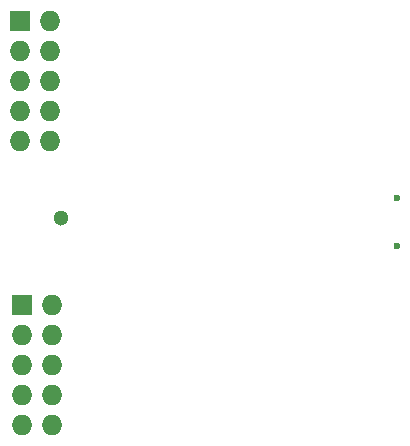
<source format=gbr>
G04 #@! TF.FileFunction,Soldermask,Bot*
%FSLAX46Y46*%
G04 Gerber Fmt 4.6, Leading zero omitted, Abs format (unit mm)*
G04 Created by KiCad (PCBNEW 4.0.2+dfsg1-2~bpo8+1-stable) date lun 05 jun 2017 18:32:46 ART*
%MOMM*%
G01*
G04 APERTURE LIST*
%ADD10C,0.100000*%
%ADD11C,1.300000*%
%ADD12R,1.727200X1.727200*%
%ADD13O,1.727200X1.727200*%
%ADD14C,0.600000*%
G04 APERTURE END LIST*
D10*
D11*
X86100000Y-47500000D03*
D12*
X82760000Y-54860000D03*
D13*
X85300000Y-54860000D03*
X82760000Y-57400000D03*
X85300000Y-57400000D03*
X82760000Y-59940000D03*
X85300000Y-59940000D03*
X82760000Y-62480000D03*
X85300000Y-62480000D03*
X82760000Y-65020000D03*
X85300000Y-65020000D03*
D12*
X82600000Y-30760000D03*
D13*
X85140000Y-30760000D03*
X82600000Y-33300000D03*
X85140000Y-33300000D03*
X82600000Y-35840000D03*
X85140000Y-35840000D03*
X82600000Y-38380000D03*
X85140000Y-38380000D03*
X82600000Y-40920000D03*
X85140000Y-40920000D03*
D14*
X114500000Y-45750000D03*
X114500000Y-49850000D03*
M02*

</source>
